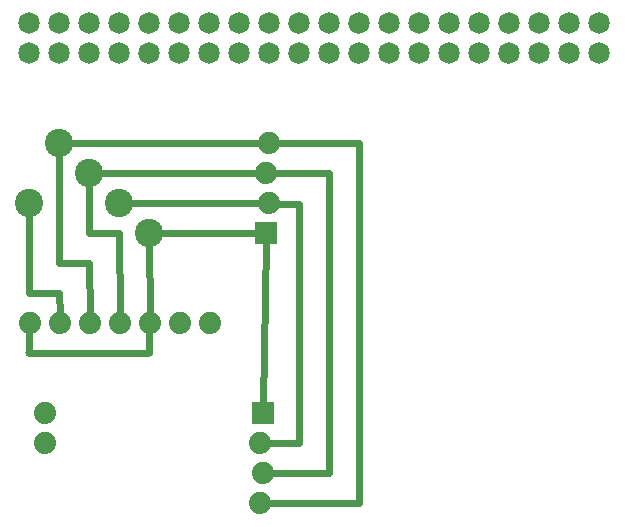
<source format=gbl>
G04 MADE WITH FRITZING*
G04 WWW.FRITZING.ORG*
G04 DOUBLE SIDED*
G04 HOLES PLATED*
G04 CONTOUR ON CENTER OF CONTOUR VECTOR*
%ASAXBY*%
%FSLAX23Y23*%
%MOIN*%
%OFA0B0*%
%SFA1.0B1.0*%
%ADD10C,0.071889*%
%ADD11C,0.071917*%
%ADD12C,0.074000*%
%ADD13C,0.094488*%
%ADD14C,0.024000*%
%ADD15R,0.001000X0.001000*%
%LNCOPPER0*%
G90*
G70*
G54D10*
X64Y1673D03*
X164Y1673D03*
X264Y1673D03*
X364Y1673D03*
G54D11*
X464Y1673D03*
G54D10*
X564Y1673D03*
X664Y1673D03*
X764Y1673D03*
X864Y1673D03*
G54D11*
X964Y1673D03*
G54D10*
X1064Y1673D03*
G54D11*
X1164Y1673D03*
G54D10*
X1264Y1673D03*
X1364Y1673D03*
X1464Y1673D03*
X1564Y1673D03*
G54D11*
X1664Y1673D03*
G54D10*
X1764Y1673D03*
X1864Y1673D03*
X1964Y1673D03*
X1964Y1773D03*
X1864Y1773D03*
X1764Y1773D03*
G54D11*
X1664Y1773D03*
G54D10*
X1564Y1773D03*
X1464Y1773D03*
X1364Y1773D03*
X1264Y1773D03*
G54D11*
X1164Y1773D03*
G54D10*
X1064Y1773D03*
G54D11*
X964Y1773D03*
G54D10*
X864Y1773D03*
X764Y1773D03*
X664Y1773D03*
X564Y1773D03*
G54D11*
X464Y1773D03*
G54D10*
X364Y1773D03*
X264Y1773D03*
X164Y1773D03*
X64Y1773D03*
G54D12*
X116Y474D03*
X466Y774D03*
X566Y774D03*
X666Y774D03*
X66Y774D03*
X166Y774D03*
X266Y774D03*
X366Y774D03*
X116Y374D03*
G54D13*
X464Y1073D03*
X264Y1273D03*
X64Y1173D03*
X164Y1373D03*
G54D12*
X854Y1073D03*
X864Y1173D03*
X854Y1273D03*
X864Y1373D03*
X845Y473D03*
X835Y373D03*
X845Y273D03*
X835Y173D03*
G54D13*
X364Y1173D03*
G54D14*
X465Y1046D02*
X466Y805D01*
D02*
X264Y1073D02*
X364Y1073D01*
D02*
X264Y1246D02*
X264Y1073D01*
D02*
X364Y1073D02*
X366Y805D01*
D02*
X64Y1146D02*
X64Y873D01*
D02*
X64Y873D02*
X164Y873D01*
D02*
X164Y873D02*
X166Y805D01*
D02*
X264Y973D02*
X266Y805D01*
D02*
X164Y973D02*
X264Y973D01*
D02*
X164Y1346D02*
X164Y973D01*
D02*
X491Y1073D02*
X823Y1073D01*
D02*
X291Y1273D02*
X823Y1273D01*
D02*
X391Y1173D02*
X833Y1173D01*
D02*
X191Y1373D02*
X833Y1373D01*
D02*
X845Y504D02*
X854Y1042D01*
D02*
X965Y1172D02*
X896Y1172D01*
D02*
X866Y373D02*
X964Y373D01*
D02*
X964Y373D02*
X965Y1172D01*
D02*
X1064Y273D02*
X1065Y1274D01*
D02*
X1065Y1274D02*
X886Y1273D01*
D02*
X876Y273D02*
X1064Y273D01*
D02*
X1164Y173D02*
X1165Y1374D01*
D02*
X1165Y1374D02*
X896Y1373D01*
D02*
X866Y173D02*
X1164Y173D01*
G54D15*
X818Y1110D02*
X890Y1110D01*
X817Y1109D02*
X890Y1109D01*
X817Y1108D02*
X890Y1108D01*
X817Y1107D02*
X890Y1107D01*
X817Y1106D02*
X890Y1106D01*
X817Y1105D02*
X890Y1105D01*
X817Y1104D02*
X890Y1104D01*
X817Y1103D02*
X890Y1103D01*
X817Y1102D02*
X890Y1102D01*
X817Y1101D02*
X890Y1101D01*
X817Y1100D02*
X890Y1100D01*
X817Y1099D02*
X890Y1099D01*
X817Y1098D02*
X890Y1098D01*
X817Y1097D02*
X890Y1097D01*
X817Y1096D02*
X890Y1096D01*
X817Y1095D02*
X890Y1095D01*
X817Y1094D02*
X890Y1094D01*
X817Y1093D02*
X853Y1093D01*
X855Y1093D02*
X890Y1093D01*
X817Y1092D02*
X847Y1092D01*
X860Y1092D02*
X890Y1092D01*
X817Y1091D02*
X845Y1091D01*
X863Y1091D02*
X890Y1091D01*
X817Y1090D02*
X843Y1090D01*
X865Y1090D02*
X890Y1090D01*
X817Y1089D02*
X841Y1089D01*
X866Y1089D02*
X890Y1089D01*
X817Y1088D02*
X840Y1088D01*
X867Y1088D02*
X890Y1088D01*
X817Y1087D02*
X839Y1087D01*
X868Y1087D02*
X890Y1087D01*
X817Y1086D02*
X838Y1086D01*
X869Y1086D02*
X890Y1086D01*
X817Y1085D02*
X837Y1085D01*
X870Y1085D02*
X890Y1085D01*
X817Y1084D02*
X837Y1084D01*
X871Y1084D02*
X890Y1084D01*
X817Y1083D02*
X836Y1083D01*
X871Y1083D02*
X890Y1083D01*
X817Y1082D02*
X835Y1082D01*
X872Y1082D02*
X890Y1082D01*
X817Y1081D02*
X835Y1081D01*
X873Y1081D02*
X890Y1081D01*
X817Y1080D02*
X835Y1080D01*
X873Y1080D02*
X890Y1080D01*
X817Y1079D02*
X834Y1079D01*
X873Y1079D02*
X890Y1079D01*
X817Y1078D02*
X834Y1078D01*
X873Y1078D02*
X890Y1078D01*
X817Y1077D02*
X834Y1077D01*
X874Y1077D02*
X890Y1077D01*
X817Y1076D02*
X834Y1076D01*
X874Y1076D02*
X890Y1076D01*
X817Y1075D02*
X833Y1075D01*
X874Y1075D02*
X890Y1075D01*
X817Y1074D02*
X833Y1074D01*
X874Y1074D02*
X890Y1074D01*
X817Y1073D02*
X833Y1073D01*
X874Y1073D02*
X890Y1073D01*
X817Y1072D02*
X833Y1072D01*
X874Y1072D02*
X890Y1072D01*
X817Y1071D02*
X833Y1071D01*
X874Y1071D02*
X890Y1071D01*
X817Y1070D02*
X834Y1070D01*
X874Y1070D02*
X890Y1070D01*
X817Y1069D02*
X834Y1069D01*
X874Y1069D02*
X890Y1069D01*
X817Y1068D02*
X834Y1068D01*
X873Y1068D02*
X890Y1068D01*
X817Y1067D02*
X834Y1067D01*
X873Y1067D02*
X890Y1067D01*
X817Y1066D02*
X835Y1066D01*
X873Y1066D02*
X890Y1066D01*
X817Y1065D02*
X835Y1065D01*
X872Y1065D02*
X890Y1065D01*
X817Y1064D02*
X835Y1064D01*
X872Y1064D02*
X890Y1064D01*
X817Y1063D02*
X836Y1063D01*
X871Y1063D02*
X890Y1063D01*
X817Y1062D02*
X837Y1062D01*
X871Y1062D02*
X890Y1062D01*
X817Y1061D02*
X837Y1061D01*
X870Y1061D02*
X890Y1061D01*
X817Y1060D02*
X838Y1060D01*
X869Y1060D02*
X890Y1060D01*
X817Y1059D02*
X839Y1059D01*
X868Y1059D02*
X890Y1059D01*
X817Y1058D02*
X840Y1058D01*
X867Y1058D02*
X890Y1058D01*
X817Y1057D02*
X841Y1057D01*
X866Y1057D02*
X890Y1057D01*
X817Y1056D02*
X843Y1056D01*
X865Y1056D02*
X890Y1056D01*
X817Y1055D02*
X845Y1055D01*
X863Y1055D02*
X890Y1055D01*
X817Y1054D02*
X847Y1054D01*
X860Y1054D02*
X890Y1054D01*
X817Y1053D02*
X890Y1053D01*
X817Y1052D02*
X890Y1052D01*
X817Y1051D02*
X890Y1051D01*
X817Y1050D02*
X890Y1050D01*
X817Y1049D02*
X890Y1049D01*
X817Y1048D02*
X890Y1048D01*
X817Y1047D02*
X890Y1047D01*
X817Y1046D02*
X890Y1046D01*
X817Y1045D02*
X890Y1045D01*
X817Y1044D02*
X890Y1044D01*
X817Y1043D02*
X890Y1043D01*
X817Y1042D02*
X890Y1042D01*
X817Y1041D02*
X890Y1041D01*
X817Y1040D02*
X890Y1040D01*
X817Y1039D02*
X890Y1039D01*
X817Y1038D02*
X890Y1038D01*
X817Y1037D02*
X890Y1037D01*
X63Y786D02*
X69Y786D01*
X463Y786D02*
X469Y786D01*
X60Y785D02*
X71Y785D01*
X460Y785D02*
X471Y785D01*
X59Y784D02*
X73Y784D01*
X459Y784D02*
X473Y784D01*
X58Y783D02*
X74Y783D01*
X458Y783D02*
X474Y783D01*
X57Y782D02*
X75Y782D01*
X457Y782D02*
X475Y782D01*
X56Y781D02*
X76Y781D01*
X456Y781D02*
X475Y781D01*
X56Y780D02*
X76Y780D01*
X456Y780D02*
X476Y780D01*
X55Y779D02*
X77Y779D01*
X455Y779D02*
X476Y779D01*
X55Y778D02*
X77Y778D01*
X455Y778D02*
X477Y778D01*
X55Y777D02*
X77Y777D01*
X455Y777D02*
X477Y777D01*
X55Y776D02*
X77Y776D01*
X454Y776D02*
X477Y776D01*
X54Y775D02*
X77Y775D01*
X454Y775D02*
X477Y775D01*
X54Y774D02*
X77Y774D01*
X454Y774D02*
X477Y774D01*
X54Y773D02*
X77Y773D01*
X454Y773D02*
X477Y773D01*
X54Y772D02*
X77Y772D01*
X454Y772D02*
X477Y772D01*
X54Y771D02*
X77Y771D01*
X454Y771D02*
X477Y771D01*
X54Y770D02*
X77Y770D01*
X454Y770D02*
X477Y770D01*
X54Y769D02*
X77Y769D01*
X454Y769D02*
X477Y769D01*
X54Y768D02*
X77Y768D01*
X454Y768D02*
X477Y768D01*
X54Y767D02*
X77Y767D01*
X454Y767D02*
X477Y767D01*
X54Y766D02*
X77Y766D01*
X454Y766D02*
X477Y766D01*
X54Y765D02*
X77Y765D01*
X454Y765D02*
X477Y765D01*
X54Y764D02*
X77Y764D01*
X454Y764D02*
X477Y764D01*
X54Y763D02*
X77Y763D01*
X454Y763D02*
X477Y763D01*
X54Y762D02*
X77Y762D01*
X454Y762D02*
X477Y762D01*
X54Y761D02*
X77Y761D01*
X454Y761D02*
X477Y761D01*
X54Y760D02*
X77Y760D01*
X454Y760D02*
X477Y760D01*
X54Y759D02*
X77Y759D01*
X454Y759D02*
X477Y759D01*
X54Y758D02*
X77Y758D01*
X454Y758D02*
X477Y758D01*
X54Y757D02*
X77Y757D01*
X454Y757D02*
X477Y757D01*
X54Y756D02*
X77Y756D01*
X454Y756D02*
X477Y756D01*
X54Y755D02*
X77Y755D01*
X454Y755D02*
X477Y755D01*
X54Y754D02*
X77Y754D01*
X454Y754D02*
X477Y754D01*
X54Y753D02*
X77Y753D01*
X454Y753D02*
X477Y753D01*
X54Y752D02*
X77Y752D01*
X454Y752D02*
X477Y752D01*
X54Y751D02*
X77Y751D01*
X454Y751D02*
X477Y751D01*
X54Y750D02*
X77Y750D01*
X454Y750D02*
X477Y750D01*
X54Y749D02*
X77Y749D01*
X454Y749D02*
X477Y749D01*
X54Y748D02*
X77Y748D01*
X454Y748D02*
X477Y748D01*
X54Y747D02*
X77Y747D01*
X454Y747D02*
X477Y747D01*
X54Y746D02*
X77Y746D01*
X454Y746D02*
X477Y746D01*
X54Y745D02*
X77Y745D01*
X454Y745D02*
X477Y745D01*
X54Y744D02*
X77Y744D01*
X454Y744D02*
X477Y744D01*
X54Y743D02*
X77Y743D01*
X454Y743D02*
X477Y743D01*
X54Y742D02*
X77Y742D01*
X454Y742D02*
X477Y742D01*
X54Y741D02*
X77Y741D01*
X454Y741D02*
X477Y741D01*
X54Y740D02*
X77Y740D01*
X454Y740D02*
X477Y740D01*
X54Y739D02*
X77Y739D01*
X454Y739D02*
X477Y739D01*
X54Y738D02*
X77Y738D01*
X454Y738D02*
X477Y738D01*
X54Y737D02*
X77Y737D01*
X454Y737D02*
X477Y737D01*
X54Y736D02*
X77Y736D01*
X454Y736D02*
X477Y736D01*
X54Y735D02*
X77Y735D01*
X454Y735D02*
X477Y735D01*
X54Y734D02*
X77Y734D01*
X454Y734D02*
X477Y734D01*
X54Y733D02*
X77Y733D01*
X454Y733D02*
X477Y733D01*
X54Y732D02*
X77Y732D01*
X453Y732D02*
X476Y732D01*
X54Y731D02*
X77Y731D01*
X453Y731D02*
X476Y731D01*
X54Y730D02*
X77Y730D01*
X453Y730D02*
X476Y730D01*
X54Y729D02*
X77Y729D01*
X453Y729D02*
X476Y729D01*
X54Y728D02*
X77Y728D01*
X453Y728D02*
X476Y728D01*
X54Y727D02*
X77Y727D01*
X453Y727D02*
X476Y727D01*
X53Y726D02*
X77Y726D01*
X453Y726D02*
X476Y726D01*
X53Y725D02*
X76Y725D01*
X453Y725D02*
X476Y725D01*
X53Y724D02*
X76Y724D01*
X453Y724D02*
X476Y724D01*
X53Y723D02*
X76Y723D01*
X453Y723D02*
X476Y723D01*
X53Y722D02*
X76Y722D01*
X453Y722D02*
X476Y722D01*
X53Y721D02*
X76Y721D01*
X453Y721D02*
X476Y721D01*
X53Y720D02*
X76Y720D01*
X453Y720D02*
X476Y720D01*
X53Y719D02*
X76Y719D01*
X453Y719D02*
X476Y719D01*
X53Y718D02*
X76Y718D01*
X453Y718D02*
X476Y718D01*
X53Y717D02*
X76Y717D01*
X453Y717D02*
X476Y717D01*
X53Y716D02*
X76Y716D01*
X453Y716D02*
X476Y716D01*
X53Y715D02*
X76Y715D01*
X453Y715D02*
X476Y715D01*
X53Y714D02*
X76Y714D01*
X453Y714D02*
X476Y714D01*
X53Y713D02*
X76Y713D01*
X453Y713D02*
X476Y713D01*
X53Y712D02*
X76Y712D01*
X453Y712D02*
X476Y712D01*
X53Y711D02*
X76Y711D01*
X453Y711D02*
X476Y711D01*
X53Y710D02*
X76Y710D01*
X453Y710D02*
X476Y710D01*
X53Y709D02*
X76Y709D01*
X453Y709D02*
X476Y709D01*
X53Y708D02*
X76Y708D01*
X453Y708D02*
X476Y708D01*
X53Y707D02*
X76Y707D01*
X453Y707D02*
X476Y707D01*
X53Y706D02*
X76Y706D01*
X453Y706D02*
X476Y706D01*
X53Y705D02*
X76Y705D01*
X453Y705D02*
X476Y705D01*
X53Y704D02*
X76Y704D01*
X453Y704D02*
X476Y704D01*
X53Y703D02*
X76Y703D01*
X453Y703D02*
X476Y703D01*
X53Y702D02*
X76Y702D01*
X453Y702D02*
X476Y702D01*
X53Y701D02*
X76Y701D01*
X453Y701D02*
X476Y701D01*
X53Y700D02*
X76Y700D01*
X453Y700D02*
X476Y700D01*
X53Y699D02*
X76Y699D01*
X453Y699D02*
X476Y699D01*
X53Y698D02*
X76Y698D01*
X453Y698D02*
X476Y698D01*
X53Y697D02*
X76Y697D01*
X453Y697D02*
X476Y697D01*
X53Y696D02*
X76Y696D01*
X453Y696D02*
X476Y696D01*
X53Y695D02*
X76Y695D01*
X453Y695D02*
X476Y695D01*
X53Y694D02*
X76Y694D01*
X453Y694D02*
X476Y694D01*
X53Y693D02*
X76Y693D01*
X453Y693D02*
X476Y693D01*
X53Y692D02*
X76Y692D01*
X453Y692D02*
X476Y692D01*
X53Y691D02*
X76Y691D01*
X453Y691D02*
X476Y691D01*
X53Y690D02*
X76Y690D01*
X453Y690D02*
X476Y690D01*
X53Y689D02*
X76Y689D01*
X453Y689D02*
X476Y689D01*
X53Y688D02*
X76Y688D01*
X453Y688D02*
X476Y688D01*
X53Y687D02*
X76Y687D01*
X453Y687D02*
X476Y687D01*
X53Y686D02*
X76Y686D01*
X453Y686D02*
X476Y686D01*
X53Y685D02*
X476Y685D01*
X53Y684D02*
X476Y684D01*
X53Y683D02*
X476Y683D01*
X53Y682D02*
X475Y682D01*
X53Y681D02*
X475Y681D01*
X53Y680D02*
X475Y680D01*
X53Y679D02*
X475Y679D01*
X53Y678D02*
X475Y678D01*
X53Y677D02*
X475Y677D01*
X52Y676D02*
X475Y676D01*
X52Y675D02*
X475Y675D01*
X52Y674D02*
X475Y674D01*
X52Y673D02*
X475Y673D01*
X53Y672D02*
X475Y672D01*
X53Y671D02*
X475Y671D01*
X53Y670D02*
X475Y670D01*
X53Y669D02*
X475Y669D01*
X54Y668D02*
X474Y668D01*
X54Y667D02*
X474Y667D01*
X55Y666D02*
X473Y666D01*
X56Y665D02*
X472Y665D01*
X57Y664D02*
X471Y664D01*
X58Y663D02*
X470Y663D01*
X60Y662D02*
X468Y662D01*
X808Y510D02*
X880Y510D01*
X808Y509D02*
X881Y509D01*
X808Y508D02*
X881Y508D01*
X808Y507D02*
X881Y507D01*
X808Y506D02*
X881Y506D01*
X808Y505D02*
X881Y505D01*
X808Y504D02*
X881Y504D01*
X808Y503D02*
X881Y503D01*
X808Y502D02*
X881Y502D01*
X808Y501D02*
X881Y501D01*
X808Y500D02*
X881Y500D01*
X808Y499D02*
X881Y499D01*
X808Y498D02*
X881Y498D01*
X808Y497D02*
X881Y497D01*
X808Y496D02*
X881Y496D01*
X808Y495D02*
X881Y495D01*
X808Y494D02*
X881Y494D01*
X808Y493D02*
X842Y493D01*
X846Y493D02*
X881Y493D01*
X808Y492D02*
X837Y492D01*
X851Y492D02*
X881Y492D01*
X808Y491D02*
X835Y491D01*
X853Y491D02*
X881Y491D01*
X808Y490D02*
X833Y490D01*
X855Y490D02*
X881Y490D01*
X808Y489D02*
X831Y489D01*
X857Y489D02*
X881Y489D01*
X808Y488D02*
X830Y488D01*
X858Y488D02*
X881Y488D01*
X808Y487D02*
X829Y487D01*
X859Y487D02*
X881Y487D01*
X808Y486D02*
X828Y486D01*
X860Y486D02*
X881Y486D01*
X808Y485D02*
X828Y485D01*
X861Y485D02*
X881Y485D01*
X808Y484D02*
X827Y484D01*
X861Y484D02*
X881Y484D01*
X808Y483D02*
X826Y483D01*
X862Y483D02*
X881Y483D01*
X808Y482D02*
X826Y482D01*
X862Y482D02*
X881Y482D01*
X808Y481D02*
X825Y481D01*
X863Y481D02*
X881Y481D01*
X808Y480D02*
X825Y480D01*
X863Y480D02*
X881Y480D01*
X808Y479D02*
X825Y479D01*
X864Y479D02*
X881Y479D01*
X808Y478D02*
X824Y478D01*
X864Y478D02*
X881Y478D01*
X808Y477D02*
X824Y477D01*
X864Y477D02*
X881Y477D01*
X808Y476D02*
X824Y476D01*
X864Y476D02*
X881Y476D01*
X808Y475D02*
X824Y475D01*
X864Y475D02*
X881Y475D01*
X808Y474D02*
X824Y474D01*
X864Y474D02*
X881Y474D01*
X808Y473D02*
X824Y473D01*
X865Y473D02*
X881Y473D01*
X808Y472D02*
X824Y472D01*
X864Y472D02*
X881Y472D01*
X808Y471D02*
X824Y471D01*
X864Y471D02*
X881Y471D01*
X808Y470D02*
X824Y470D01*
X864Y470D02*
X881Y470D01*
X808Y469D02*
X824Y469D01*
X864Y469D02*
X881Y469D01*
X808Y468D02*
X824Y468D01*
X864Y468D02*
X881Y468D01*
X808Y467D02*
X825Y467D01*
X863Y467D02*
X881Y467D01*
X808Y466D02*
X825Y466D01*
X863Y466D02*
X881Y466D01*
X808Y465D02*
X825Y465D01*
X863Y465D02*
X881Y465D01*
X808Y464D02*
X826Y464D01*
X862Y464D02*
X881Y464D01*
X808Y463D02*
X826Y463D01*
X862Y463D02*
X881Y463D01*
X808Y462D02*
X827Y462D01*
X861Y462D02*
X881Y462D01*
X808Y461D02*
X828Y461D01*
X860Y461D02*
X881Y461D01*
X808Y460D02*
X829Y460D01*
X860Y460D02*
X881Y460D01*
X808Y459D02*
X830Y459D01*
X859Y459D02*
X881Y459D01*
X808Y458D02*
X831Y458D01*
X857Y458D02*
X881Y458D01*
X808Y457D02*
X832Y457D01*
X856Y457D02*
X881Y457D01*
X808Y456D02*
X833Y456D01*
X855Y456D02*
X881Y456D01*
X808Y455D02*
X835Y455D01*
X853Y455D02*
X881Y455D01*
X808Y454D02*
X838Y454D01*
X850Y454D02*
X881Y454D01*
X808Y453D02*
X881Y453D01*
X808Y452D02*
X881Y452D01*
X808Y451D02*
X881Y451D01*
X808Y450D02*
X881Y450D01*
X808Y449D02*
X881Y449D01*
X808Y448D02*
X881Y448D01*
X808Y447D02*
X881Y447D01*
X808Y446D02*
X881Y446D01*
X808Y445D02*
X881Y445D01*
X808Y444D02*
X881Y444D01*
X808Y443D02*
X881Y443D01*
X808Y442D02*
X881Y442D01*
X808Y441D02*
X881Y441D01*
X808Y440D02*
X881Y440D01*
X808Y439D02*
X881Y439D01*
X808Y438D02*
X881Y438D01*
X808Y437D02*
X881Y437D01*
D02*
G04 End of Copper0*
M02*
</source>
